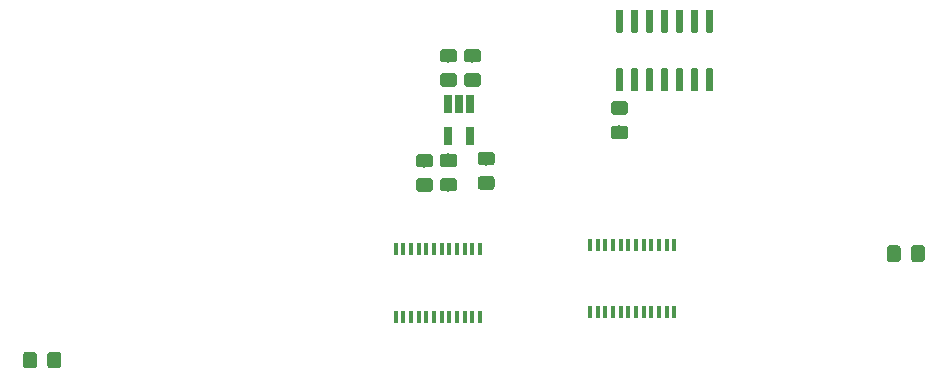
<source format=gbr>
G04 #@! TF.GenerationSoftware,KiCad,Pcbnew,(5.1.4)-1*
G04 #@! TF.CreationDate,2021-02-27T03:26:27-03:00*
G04 #@! TF.ProjectId,OpenDrive-Genesis,4f70656e-4472-4697-9665-2d47656e6573,rev?*
G04 #@! TF.SameCoordinates,Original*
G04 #@! TF.FileFunction,Paste,Bot*
G04 #@! TF.FilePolarity,Positive*
%FSLAX46Y46*%
G04 Gerber Fmt 4.6, Leading zero omitted, Abs format (unit mm)*
G04 Created by KiCad (PCBNEW (5.1.4)-1) date 2021-02-27 03:26:27*
%MOMM*%
%LPD*%
G04 APERTURE LIST*
%ADD10R,0.400000X1.100000*%
%ADD11C,0.100000*%
%ADD12C,0.600000*%
%ADD13R,0.650000X1.560000*%
%ADD14C,1.150000*%
G04 APERTURE END LIST*
D10*
X107765800Y-73004800D03*
X107115800Y-73004800D03*
X106465800Y-73004800D03*
X105815800Y-73004800D03*
X105165800Y-73004800D03*
X104515800Y-73004800D03*
X103865800Y-73004800D03*
X103215800Y-73004800D03*
X102565800Y-73004800D03*
X101915800Y-73004800D03*
X101265800Y-73004800D03*
X100615800Y-73004800D03*
X100615800Y-67304800D03*
X101265800Y-67304800D03*
X101915800Y-67304800D03*
X102565800Y-67304800D03*
X103215800Y-67304800D03*
X103865800Y-67304800D03*
X104515800Y-67304800D03*
X105165800Y-67304800D03*
X105815800Y-67304800D03*
X106465800Y-67304800D03*
X107115800Y-67304800D03*
X107765800Y-67304800D03*
X84167600Y-73406000D03*
X84817600Y-73406000D03*
X85467600Y-73406000D03*
X86117600Y-73406000D03*
X86767600Y-73406000D03*
X87417600Y-73406000D03*
X88067600Y-73406000D03*
X88717600Y-73406000D03*
X89367600Y-73406000D03*
X90017600Y-73406000D03*
X90667600Y-73406000D03*
X91317600Y-73406000D03*
X91317600Y-67706000D03*
X90667600Y-67706000D03*
X90017600Y-67706000D03*
X89367600Y-67706000D03*
X88717600Y-67706000D03*
X88067600Y-67706000D03*
X87417600Y-67706000D03*
X86767600Y-67706000D03*
X86117600Y-67706000D03*
X85467600Y-67706000D03*
X84817600Y-67706000D03*
X84167600Y-67706000D03*
D11*
G36*
X110908703Y-52365722D02*
G01*
X110923264Y-52367882D01*
X110937543Y-52371459D01*
X110951403Y-52376418D01*
X110964710Y-52382712D01*
X110977336Y-52390280D01*
X110989159Y-52399048D01*
X111000066Y-52408934D01*
X111009952Y-52419841D01*
X111018720Y-52431664D01*
X111026288Y-52444290D01*
X111032582Y-52457597D01*
X111037541Y-52471457D01*
X111041118Y-52485736D01*
X111043278Y-52500297D01*
X111044000Y-52515000D01*
X111044000Y-54165000D01*
X111043278Y-54179703D01*
X111041118Y-54194264D01*
X111037541Y-54208543D01*
X111032582Y-54222403D01*
X111026288Y-54235710D01*
X111018720Y-54248336D01*
X111009952Y-54260159D01*
X111000066Y-54271066D01*
X110989159Y-54280952D01*
X110977336Y-54289720D01*
X110964710Y-54297288D01*
X110951403Y-54303582D01*
X110937543Y-54308541D01*
X110923264Y-54312118D01*
X110908703Y-54314278D01*
X110894000Y-54315000D01*
X110594000Y-54315000D01*
X110579297Y-54314278D01*
X110564736Y-54312118D01*
X110550457Y-54308541D01*
X110536597Y-54303582D01*
X110523290Y-54297288D01*
X110510664Y-54289720D01*
X110498841Y-54280952D01*
X110487934Y-54271066D01*
X110478048Y-54260159D01*
X110469280Y-54248336D01*
X110461712Y-54235710D01*
X110455418Y-54222403D01*
X110450459Y-54208543D01*
X110446882Y-54194264D01*
X110444722Y-54179703D01*
X110444000Y-54165000D01*
X110444000Y-52515000D01*
X110444722Y-52500297D01*
X110446882Y-52485736D01*
X110450459Y-52471457D01*
X110455418Y-52457597D01*
X110461712Y-52444290D01*
X110469280Y-52431664D01*
X110478048Y-52419841D01*
X110487934Y-52408934D01*
X110498841Y-52399048D01*
X110510664Y-52390280D01*
X110523290Y-52382712D01*
X110536597Y-52376418D01*
X110550457Y-52371459D01*
X110564736Y-52367882D01*
X110579297Y-52365722D01*
X110594000Y-52365000D01*
X110894000Y-52365000D01*
X110908703Y-52365722D01*
X110908703Y-52365722D01*
G37*
D12*
X110744000Y-53340000D03*
D11*
G36*
X109638703Y-52365722D02*
G01*
X109653264Y-52367882D01*
X109667543Y-52371459D01*
X109681403Y-52376418D01*
X109694710Y-52382712D01*
X109707336Y-52390280D01*
X109719159Y-52399048D01*
X109730066Y-52408934D01*
X109739952Y-52419841D01*
X109748720Y-52431664D01*
X109756288Y-52444290D01*
X109762582Y-52457597D01*
X109767541Y-52471457D01*
X109771118Y-52485736D01*
X109773278Y-52500297D01*
X109774000Y-52515000D01*
X109774000Y-54165000D01*
X109773278Y-54179703D01*
X109771118Y-54194264D01*
X109767541Y-54208543D01*
X109762582Y-54222403D01*
X109756288Y-54235710D01*
X109748720Y-54248336D01*
X109739952Y-54260159D01*
X109730066Y-54271066D01*
X109719159Y-54280952D01*
X109707336Y-54289720D01*
X109694710Y-54297288D01*
X109681403Y-54303582D01*
X109667543Y-54308541D01*
X109653264Y-54312118D01*
X109638703Y-54314278D01*
X109624000Y-54315000D01*
X109324000Y-54315000D01*
X109309297Y-54314278D01*
X109294736Y-54312118D01*
X109280457Y-54308541D01*
X109266597Y-54303582D01*
X109253290Y-54297288D01*
X109240664Y-54289720D01*
X109228841Y-54280952D01*
X109217934Y-54271066D01*
X109208048Y-54260159D01*
X109199280Y-54248336D01*
X109191712Y-54235710D01*
X109185418Y-54222403D01*
X109180459Y-54208543D01*
X109176882Y-54194264D01*
X109174722Y-54179703D01*
X109174000Y-54165000D01*
X109174000Y-52515000D01*
X109174722Y-52500297D01*
X109176882Y-52485736D01*
X109180459Y-52471457D01*
X109185418Y-52457597D01*
X109191712Y-52444290D01*
X109199280Y-52431664D01*
X109208048Y-52419841D01*
X109217934Y-52408934D01*
X109228841Y-52399048D01*
X109240664Y-52390280D01*
X109253290Y-52382712D01*
X109266597Y-52376418D01*
X109280457Y-52371459D01*
X109294736Y-52367882D01*
X109309297Y-52365722D01*
X109324000Y-52365000D01*
X109624000Y-52365000D01*
X109638703Y-52365722D01*
X109638703Y-52365722D01*
G37*
D12*
X109474000Y-53340000D03*
D11*
G36*
X108368703Y-52365722D02*
G01*
X108383264Y-52367882D01*
X108397543Y-52371459D01*
X108411403Y-52376418D01*
X108424710Y-52382712D01*
X108437336Y-52390280D01*
X108449159Y-52399048D01*
X108460066Y-52408934D01*
X108469952Y-52419841D01*
X108478720Y-52431664D01*
X108486288Y-52444290D01*
X108492582Y-52457597D01*
X108497541Y-52471457D01*
X108501118Y-52485736D01*
X108503278Y-52500297D01*
X108504000Y-52515000D01*
X108504000Y-54165000D01*
X108503278Y-54179703D01*
X108501118Y-54194264D01*
X108497541Y-54208543D01*
X108492582Y-54222403D01*
X108486288Y-54235710D01*
X108478720Y-54248336D01*
X108469952Y-54260159D01*
X108460066Y-54271066D01*
X108449159Y-54280952D01*
X108437336Y-54289720D01*
X108424710Y-54297288D01*
X108411403Y-54303582D01*
X108397543Y-54308541D01*
X108383264Y-54312118D01*
X108368703Y-54314278D01*
X108354000Y-54315000D01*
X108054000Y-54315000D01*
X108039297Y-54314278D01*
X108024736Y-54312118D01*
X108010457Y-54308541D01*
X107996597Y-54303582D01*
X107983290Y-54297288D01*
X107970664Y-54289720D01*
X107958841Y-54280952D01*
X107947934Y-54271066D01*
X107938048Y-54260159D01*
X107929280Y-54248336D01*
X107921712Y-54235710D01*
X107915418Y-54222403D01*
X107910459Y-54208543D01*
X107906882Y-54194264D01*
X107904722Y-54179703D01*
X107904000Y-54165000D01*
X107904000Y-52515000D01*
X107904722Y-52500297D01*
X107906882Y-52485736D01*
X107910459Y-52471457D01*
X107915418Y-52457597D01*
X107921712Y-52444290D01*
X107929280Y-52431664D01*
X107938048Y-52419841D01*
X107947934Y-52408934D01*
X107958841Y-52399048D01*
X107970664Y-52390280D01*
X107983290Y-52382712D01*
X107996597Y-52376418D01*
X108010457Y-52371459D01*
X108024736Y-52367882D01*
X108039297Y-52365722D01*
X108054000Y-52365000D01*
X108354000Y-52365000D01*
X108368703Y-52365722D01*
X108368703Y-52365722D01*
G37*
D12*
X108204000Y-53340000D03*
D11*
G36*
X107098703Y-52365722D02*
G01*
X107113264Y-52367882D01*
X107127543Y-52371459D01*
X107141403Y-52376418D01*
X107154710Y-52382712D01*
X107167336Y-52390280D01*
X107179159Y-52399048D01*
X107190066Y-52408934D01*
X107199952Y-52419841D01*
X107208720Y-52431664D01*
X107216288Y-52444290D01*
X107222582Y-52457597D01*
X107227541Y-52471457D01*
X107231118Y-52485736D01*
X107233278Y-52500297D01*
X107234000Y-52515000D01*
X107234000Y-54165000D01*
X107233278Y-54179703D01*
X107231118Y-54194264D01*
X107227541Y-54208543D01*
X107222582Y-54222403D01*
X107216288Y-54235710D01*
X107208720Y-54248336D01*
X107199952Y-54260159D01*
X107190066Y-54271066D01*
X107179159Y-54280952D01*
X107167336Y-54289720D01*
X107154710Y-54297288D01*
X107141403Y-54303582D01*
X107127543Y-54308541D01*
X107113264Y-54312118D01*
X107098703Y-54314278D01*
X107084000Y-54315000D01*
X106784000Y-54315000D01*
X106769297Y-54314278D01*
X106754736Y-54312118D01*
X106740457Y-54308541D01*
X106726597Y-54303582D01*
X106713290Y-54297288D01*
X106700664Y-54289720D01*
X106688841Y-54280952D01*
X106677934Y-54271066D01*
X106668048Y-54260159D01*
X106659280Y-54248336D01*
X106651712Y-54235710D01*
X106645418Y-54222403D01*
X106640459Y-54208543D01*
X106636882Y-54194264D01*
X106634722Y-54179703D01*
X106634000Y-54165000D01*
X106634000Y-52515000D01*
X106634722Y-52500297D01*
X106636882Y-52485736D01*
X106640459Y-52471457D01*
X106645418Y-52457597D01*
X106651712Y-52444290D01*
X106659280Y-52431664D01*
X106668048Y-52419841D01*
X106677934Y-52408934D01*
X106688841Y-52399048D01*
X106700664Y-52390280D01*
X106713290Y-52382712D01*
X106726597Y-52376418D01*
X106740457Y-52371459D01*
X106754736Y-52367882D01*
X106769297Y-52365722D01*
X106784000Y-52365000D01*
X107084000Y-52365000D01*
X107098703Y-52365722D01*
X107098703Y-52365722D01*
G37*
D12*
X106934000Y-53340000D03*
D11*
G36*
X105828703Y-52365722D02*
G01*
X105843264Y-52367882D01*
X105857543Y-52371459D01*
X105871403Y-52376418D01*
X105884710Y-52382712D01*
X105897336Y-52390280D01*
X105909159Y-52399048D01*
X105920066Y-52408934D01*
X105929952Y-52419841D01*
X105938720Y-52431664D01*
X105946288Y-52444290D01*
X105952582Y-52457597D01*
X105957541Y-52471457D01*
X105961118Y-52485736D01*
X105963278Y-52500297D01*
X105964000Y-52515000D01*
X105964000Y-54165000D01*
X105963278Y-54179703D01*
X105961118Y-54194264D01*
X105957541Y-54208543D01*
X105952582Y-54222403D01*
X105946288Y-54235710D01*
X105938720Y-54248336D01*
X105929952Y-54260159D01*
X105920066Y-54271066D01*
X105909159Y-54280952D01*
X105897336Y-54289720D01*
X105884710Y-54297288D01*
X105871403Y-54303582D01*
X105857543Y-54308541D01*
X105843264Y-54312118D01*
X105828703Y-54314278D01*
X105814000Y-54315000D01*
X105514000Y-54315000D01*
X105499297Y-54314278D01*
X105484736Y-54312118D01*
X105470457Y-54308541D01*
X105456597Y-54303582D01*
X105443290Y-54297288D01*
X105430664Y-54289720D01*
X105418841Y-54280952D01*
X105407934Y-54271066D01*
X105398048Y-54260159D01*
X105389280Y-54248336D01*
X105381712Y-54235710D01*
X105375418Y-54222403D01*
X105370459Y-54208543D01*
X105366882Y-54194264D01*
X105364722Y-54179703D01*
X105364000Y-54165000D01*
X105364000Y-52515000D01*
X105364722Y-52500297D01*
X105366882Y-52485736D01*
X105370459Y-52471457D01*
X105375418Y-52457597D01*
X105381712Y-52444290D01*
X105389280Y-52431664D01*
X105398048Y-52419841D01*
X105407934Y-52408934D01*
X105418841Y-52399048D01*
X105430664Y-52390280D01*
X105443290Y-52382712D01*
X105456597Y-52376418D01*
X105470457Y-52371459D01*
X105484736Y-52367882D01*
X105499297Y-52365722D01*
X105514000Y-52365000D01*
X105814000Y-52365000D01*
X105828703Y-52365722D01*
X105828703Y-52365722D01*
G37*
D12*
X105664000Y-53340000D03*
D11*
G36*
X104558703Y-52365722D02*
G01*
X104573264Y-52367882D01*
X104587543Y-52371459D01*
X104601403Y-52376418D01*
X104614710Y-52382712D01*
X104627336Y-52390280D01*
X104639159Y-52399048D01*
X104650066Y-52408934D01*
X104659952Y-52419841D01*
X104668720Y-52431664D01*
X104676288Y-52444290D01*
X104682582Y-52457597D01*
X104687541Y-52471457D01*
X104691118Y-52485736D01*
X104693278Y-52500297D01*
X104694000Y-52515000D01*
X104694000Y-54165000D01*
X104693278Y-54179703D01*
X104691118Y-54194264D01*
X104687541Y-54208543D01*
X104682582Y-54222403D01*
X104676288Y-54235710D01*
X104668720Y-54248336D01*
X104659952Y-54260159D01*
X104650066Y-54271066D01*
X104639159Y-54280952D01*
X104627336Y-54289720D01*
X104614710Y-54297288D01*
X104601403Y-54303582D01*
X104587543Y-54308541D01*
X104573264Y-54312118D01*
X104558703Y-54314278D01*
X104544000Y-54315000D01*
X104244000Y-54315000D01*
X104229297Y-54314278D01*
X104214736Y-54312118D01*
X104200457Y-54308541D01*
X104186597Y-54303582D01*
X104173290Y-54297288D01*
X104160664Y-54289720D01*
X104148841Y-54280952D01*
X104137934Y-54271066D01*
X104128048Y-54260159D01*
X104119280Y-54248336D01*
X104111712Y-54235710D01*
X104105418Y-54222403D01*
X104100459Y-54208543D01*
X104096882Y-54194264D01*
X104094722Y-54179703D01*
X104094000Y-54165000D01*
X104094000Y-52515000D01*
X104094722Y-52500297D01*
X104096882Y-52485736D01*
X104100459Y-52471457D01*
X104105418Y-52457597D01*
X104111712Y-52444290D01*
X104119280Y-52431664D01*
X104128048Y-52419841D01*
X104137934Y-52408934D01*
X104148841Y-52399048D01*
X104160664Y-52390280D01*
X104173290Y-52382712D01*
X104186597Y-52376418D01*
X104200457Y-52371459D01*
X104214736Y-52367882D01*
X104229297Y-52365722D01*
X104244000Y-52365000D01*
X104544000Y-52365000D01*
X104558703Y-52365722D01*
X104558703Y-52365722D01*
G37*
D12*
X104394000Y-53340000D03*
D11*
G36*
X103288703Y-52365722D02*
G01*
X103303264Y-52367882D01*
X103317543Y-52371459D01*
X103331403Y-52376418D01*
X103344710Y-52382712D01*
X103357336Y-52390280D01*
X103369159Y-52399048D01*
X103380066Y-52408934D01*
X103389952Y-52419841D01*
X103398720Y-52431664D01*
X103406288Y-52444290D01*
X103412582Y-52457597D01*
X103417541Y-52471457D01*
X103421118Y-52485736D01*
X103423278Y-52500297D01*
X103424000Y-52515000D01*
X103424000Y-54165000D01*
X103423278Y-54179703D01*
X103421118Y-54194264D01*
X103417541Y-54208543D01*
X103412582Y-54222403D01*
X103406288Y-54235710D01*
X103398720Y-54248336D01*
X103389952Y-54260159D01*
X103380066Y-54271066D01*
X103369159Y-54280952D01*
X103357336Y-54289720D01*
X103344710Y-54297288D01*
X103331403Y-54303582D01*
X103317543Y-54308541D01*
X103303264Y-54312118D01*
X103288703Y-54314278D01*
X103274000Y-54315000D01*
X102974000Y-54315000D01*
X102959297Y-54314278D01*
X102944736Y-54312118D01*
X102930457Y-54308541D01*
X102916597Y-54303582D01*
X102903290Y-54297288D01*
X102890664Y-54289720D01*
X102878841Y-54280952D01*
X102867934Y-54271066D01*
X102858048Y-54260159D01*
X102849280Y-54248336D01*
X102841712Y-54235710D01*
X102835418Y-54222403D01*
X102830459Y-54208543D01*
X102826882Y-54194264D01*
X102824722Y-54179703D01*
X102824000Y-54165000D01*
X102824000Y-52515000D01*
X102824722Y-52500297D01*
X102826882Y-52485736D01*
X102830459Y-52471457D01*
X102835418Y-52457597D01*
X102841712Y-52444290D01*
X102849280Y-52431664D01*
X102858048Y-52419841D01*
X102867934Y-52408934D01*
X102878841Y-52399048D01*
X102890664Y-52390280D01*
X102903290Y-52382712D01*
X102916597Y-52376418D01*
X102930457Y-52371459D01*
X102944736Y-52367882D01*
X102959297Y-52365722D01*
X102974000Y-52365000D01*
X103274000Y-52365000D01*
X103288703Y-52365722D01*
X103288703Y-52365722D01*
G37*
D12*
X103124000Y-53340000D03*
D11*
G36*
X103288703Y-47415722D02*
G01*
X103303264Y-47417882D01*
X103317543Y-47421459D01*
X103331403Y-47426418D01*
X103344710Y-47432712D01*
X103357336Y-47440280D01*
X103369159Y-47449048D01*
X103380066Y-47458934D01*
X103389952Y-47469841D01*
X103398720Y-47481664D01*
X103406288Y-47494290D01*
X103412582Y-47507597D01*
X103417541Y-47521457D01*
X103421118Y-47535736D01*
X103423278Y-47550297D01*
X103424000Y-47565000D01*
X103424000Y-49215000D01*
X103423278Y-49229703D01*
X103421118Y-49244264D01*
X103417541Y-49258543D01*
X103412582Y-49272403D01*
X103406288Y-49285710D01*
X103398720Y-49298336D01*
X103389952Y-49310159D01*
X103380066Y-49321066D01*
X103369159Y-49330952D01*
X103357336Y-49339720D01*
X103344710Y-49347288D01*
X103331403Y-49353582D01*
X103317543Y-49358541D01*
X103303264Y-49362118D01*
X103288703Y-49364278D01*
X103274000Y-49365000D01*
X102974000Y-49365000D01*
X102959297Y-49364278D01*
X102944736Y-49362118D01*
X102930457Y-49358541D01*
X102916597Y-49353582D01*
X102903290Y-49347288D01*
X102890664Y-49339720D01*
X102878841Y-49330952D01*
X102867934Y-49321066D01*
X102858048Y-49310159D01*
X102849280Y-49298336D01*
X102841712Y-49285710D01*
X102835418Y-49272403D01*
X102830459Y-49258543D01*
X102826882Y-49244264D01*
X102824722Y-49229703D01*
X102824000Y-49215000D01*
X102824000Y-47565000D01*
X102824722Y-47550297D01*
X102826882Y-47535736D01*
X102830459Y-47521457D01*
X102835418Y-47507597D01*
X102841712Y-47494290D01*
X102849280Y-47481664D01*
X102858048Y-47469841D01*
X102867934Y-47458934D01*
X102878841Y-47449048D01*
X102890664Y-47440280D01*
X102903290Y-47432712D01*
X102916597Y-47426418D01*
X102930457Y-47421459D01*
X102944736Y-47417882D01*
X102959297Y-47415722D01*
X102974000Y-47415000D01*
X103274000Y-47415000D01*
X103288703Y-47415722D01*
X103288703Y-47415722D01*
G37*
D12*
X103124000Y-48390000D03*
D11*
G36*
X104558703Y-47415722D02*
G01*
X104573264Y-47417882D01*
X104587543Y-47421459D01*
X104601403Y-47426418D01*
X104614710Y-47432712D01*
X104627336Y-47440280D01*
X104639159Y-47449048D01*
X104650066Y-47458934D01*
X104659952Y-47469841D01*
X104668720Y-47481664D01*
X104676288Y-47494290D01*
X104682582Y-47507597D01*
X104687541Y-47521457D01*
X104691118Y-47535736D01*
X104693278Y-47550297D01*
X104694000Y-47565000D01*
X104694000Y-49215000D01*
X104693278Y-49229703D01*
X104691118Y-49244264D01*
X104687541Y-49258543D01*
X104682582Y-49272403D01*
X104676288Y-49285710D01*
X104668720Y-49298336D01*
X104659952Y-49310159D01*
X104650066Y-49321066D01*
X104639159Y-49330952D01*
X104627336Y-49339720D01*
X104614710Y-49347288D01*
X104601403Y-49353582D01*
X104587543Y-49358541D01*
X104573264Y-49362118D01*
X104558703Y-49364278D01*
X104544000Y-49365000D01*
X104244000Y-49365000D01*
X104229297Y-49364278D01*
X104214736Y-49362118D01*
X104200457Y-49358541D01*
X104186597Y-49353582D01*
X104173290Y-49347288D01*
X104160664Y-49339720D01*
X104148841Y-49330952D01*
X104137934Y-49321066D01*
X104128048Y-49310159D01*
X104119280Y-49298336D01*
X104111712Y-49285710D01*
X104105418Y-49272403D01*
X104100459Y-49258543D01*
X104096882Y-49244264D01*
X104094722Y-49229703D01*
X104094000Y-49215000D01*
X104094000Y-47565000D01*
X104094722Y-47550297D01*
X104096882Y-47535736D01*
X104100459Y-47521457D01*
X104105418Y-47507597D01*
X104111712Y-47494290D01*
X104119280Y-47481664D01*
X104128048Y-47469841D01*
X104137934Y-47458934D01*
X104148841Y-47449048D01*
X104160664Y-47440280D01*
X104173290Y-47432712D01*
X104186597Y-47426418D01*
X104200457Y-47421459D01*
X104214736Y-47417882D01*
X104229297Y-47415722D01*
X104244000Y-47415000D01*
X104544000Y-47415000D01*
X104558703Y-47415722D01*
X104558703Y-47415722D01*
G37*
D12*
X104394000Y-48390000D03*
D11*
G36*
X105828703Y-47415722D02*
G01*
X105843264Y-47417882D01*
X105857543Y-47421459D01*
X105871403Y-47426418D01*
X105884710Y-47432712D01*
X105897336Y-47440280D01*
X105909159Y-47449048D01*
X105920066Y-47458934D01*
X105929952Y-47469841D01*
X105938720Y-47481664D01*
X105946288Y-47494290D01*
X105952582Y-47507597D01*
X105957541Y-47521457D01*
X105961118Y-47535736D01*
X105963278Y-47550297D01*
X105964000Y-47565000D01*
X105964000Y-49215000D01*
X105963278Y-49229703D01*
X105961118Y-49244264D01*
X105957541Y-49258543D01*
X105952582Y-49272403D01*
X105946288Y-49285710D01*
X105938720Y-49298336D01*
X105929952Y-49310159D01*
X105920066Y-49321066D01*
X105909159Y-49330952D01*
X105897336Y-49339720D01*
X105884710Y-49347288D01*
X105871403Y-49353582D01*
X105857543Y-49358541D01*
X105843264Y-49362118D01*
X105828703Y-49364278D01*
X105814000Y-49365000D01*
X105514000Y-49365000D01*
X105499297Y-49364278D01*
X105484736Y-49362118D01*
X105470457Y-49358541D01*
X105456597Y-49353582D01*
X105443290Y-49347288D01*
X105430664Y-49339720D01*
X105418841Y-49330952D01*
X105407934Y-49321066D01*
X105398048Y-49310159D01*
X105389280Y-49298336D01*
X105381712Y-49285710D01*
X105375418Y-49272403D01*
X105370459Y-49258543D01*
X105366882Y-49244264D01*
X105364722Y-49229703D01*
X105364000Y-49215000D01*
X105364000Y-47565000D01*
X105364722Y-47550297D01*
X105366882Y-47535736D01*
X105370459Y-47521457D01*
X105375418Y-47507597D01*
X105381712Y-47494290D01*
X105389280Y-47481664D01*
X105398048Y-47469841D01*
X105407934Y-47458934D01*
X105418841Y-47449048D01*
X105430664Y-47440280D01*
X105443290Y-47432712D01*
X105456597Y-47426418D01*
X105470457Y-47421459D01*
X105484736Y-47417882D01*
X105499297Y-47415722D01*
X105514000Y-47415000D01*
X105814000Y-47415000D01*
X105828703Y-47415722D01*
X105828703Y-47415722D01*
G37*
D12*
X105664000Y-48390000D03*
D11*
G36*
X107098703Y-47415722D02*
G01*
X107113264Y-47417882D01*
X107127543Y-47421459D01*
X107141403Y-47426418D01*
X107154710Y-47432712D01*
X107167336Y-47440280D01*
X107179159Y-47449048D01*
X107190066Y-47458934D01*
X107199952Y-47469841D01*
X107208720Y-47481664D01*
X107216288Y-47494290D01*
X107222582Y-47507597D01*
X107227541Y-47521457D01*
X107231118Y-47535736D01*
X107233278Y-47550297D01*
X107234000Y-47565000D01*
X107234000Y-49215000D01*
X107233278Y-49229703D01*
X107231118Y-49244264D01*
X107227541Y-49258543D01*
X107222582Y-49272403D01*
X107216288Y-49285710D01*
X107208720Y-49298336D01*
X107199952Y-49310159D01*
X107190066Y-49321066D01*
X107179159Y-49330952D01*
X107167336Y-49339720D01*
X107154710Y-49347288D01*
X107141403Y-49353582D01*
X107127543Y-49358541D01*
X107113264Y-49362118D01*
X107098703Y-49364278D01*
X107084000Y-49365000D01*
X106784000Y-49365000D01*
X106769297Y-49364278D01*
X106754736Y-49362118D01*
X106740457Y-49358541D01*
X106726597Y-49353582D01*
X106713290Y-49347288D01*
X106700664Y-49339720D01*
X106688841Y-49330952D01*
X106677934Y-49321066D01*
X106668048Y-49310159D01*
X106659280Y-49298336D01*
X106651712Y-49285710D01*
X106645418Y-49272403D01*
X106640459Y-49258543D01*
X106636882Y-49244264D01*
X106634722Y-49229703D01*
X106634000Y-49215000D01*
X106634000Y-47565000D01*
X106634722Y-47550297D01*
X106636882Y-47535736D01*
X106640459Y-47521457D01*
X106645418Y-47507597D01*
X106651712Y-47494290D01*
X106659280Y-47481664D01*
X106668048Y-47469841D01*
X106677934Y-47458934D01*
X106688841Y-47449048D01*
X106700664Y-47440280D01*
X106713290Y-47432712D01*
X106726597Y-47426418D01*
X106740457Y-47421459D01*
X106754736Y-47417882D01*
X106769297Y-47415722D01*
X106784000Y-47415000D01*
X107084000Y-47415000D01*
X107098703Y-47415722D01*
X107098703Y-47415722D01*
G37*
D12*
X106934000Y-48390000D03*
D11*
G36*
X108368703Y-47415722D02*
G01*
X108383264Y-47417882D01*
X108397543Y-47421459D01*
X108411403Y-47426418D01*
X108424710Y-47432712D01*
X108437336Y-47440280D01*
X108449159Y-47449048D01*
X108460066Y-47458934D01*
X108469952Y-47469841D01*
X108478720Y-47481664D01*
X108486288Y-47494290D01*
X108492582Y-47507597D01*
X108497541Y-47521457D01*
X108501118Y-47535736D01*
X108503278Y-47550297D01*
X108504000Y-47565000D01*
X108504000Y-49215000D01*
X108503278Y-49229703D01*
X108501118Y-49244264D01*
X108497541Y-49258543D01*
X108492582Y-49272403D01*
X108486288Y-49285710D01*
X108478720Y-49298336D01*
X108469952Y-49310159D01*
X108460066Y-49321066D01*
X108449159Y-49330952D01*
X108437336Y-49339720D01*
X108424710Y-49347288D01*
X108411403Y-49353582D01*
X108397543Y-49358541D01*
X108383264Y-49362118D01*
X108368703Y-49364278D01*
X108354000Y-49365000D01*
X108054000Y-49365000D01*
X108039297Y-49364278D01*
X108024736Y-49362118D01*
X108010457Y-49358541D01*
X107996597Y-49353582D01*
X107983290Y-49347288D01*
X107970664Y-49339720D01*
X107958841Y-49330952D01*
X107947934Y-49321066D01*
X107938048Y-49310159D01*
X107929280Y-49298336D01*
X107921712Y-49285710D01*
X107915418Y-49272403D01*
X107910459Y-49258543D01*
X107906882Y-49244264D01*
X107904722Y-49229703D01*
X107904000Y-49215000D01*
X107904000Y-47565000D01*
X107904722Y-47550297D01*
X107906882Y-47535736D01*
X107910459Y-47521457D01*
X107915418Y-47507597D01*
X107921712Y-47494290D01*
X107929280Y-47481664D01*
X107938048Y-47469841D01*
X107947934Y-47458934D01*
X107958841Y-47449048D01*
X107970664Y-47440280D01*
X107983290Y-47432712D01*
X107996597Y-47426418D01*
X108010457Y-47421459D01*
X108024736Y-47417882D01*
X108039297Y-47415722D01*
X108054000Y-47415000D01*
X108354000Y-47415000D01*
X108368703Y-47415722D01*
X108368703Y-47415722D01*
G37*
D12*
X108204000Y-48390000D03*
D11*
G36*
X109638703Y-47415722D02*
G01*
X109653264Y-47417882D01*
X109667543Y-47421459D01*
X109681403Y-47426418D01*
X109694710Y-47432712D01*
X109707336Y-47440280D01*
X109719159Y-47449048D01*
X109730066Y-47458934D01*
X109739952Y-47469841D01*
X109748720Y-47481664D01*
X109756288Y-47494290D01*
X109762582Y-47507597D01*
X109767541Y-47521457D01*
X109771118Y-47535736D01*
X109773278Y-47550297D01*
X109774000Y-47565000D01*
X109774000Y-49215000D01*
X109773278Y-49229703D01*
X109771118Y-49244264D01*
X109767541Y-49258543D01*
X109762582Y-49272403D01*
X109756288Y-49285710D01*
X109748720Y-49298336D01*
X109739952Y-49310159D01*
X109730066Y-49321066D01*
X109719159Y-49330952D01*
X109707336Y-49339720D01*
X109694710Y-49347288D01*
X109681403Y-49353582D01*
X109667543Y-49358541D01*
X109653264Y-49362118D01*
X109638703Y-49364278D01*
X109624000Y-49365000D01*
X109324000Y-49365000D01*
X109309297Y-49364278D01*
X109294736Y-49362118D01*
X109280457Y-49358541D01*
X109266597Y-49353582D01*
X109253290Y-49347288D01*
X109240664Y-49339720D01*
X109228841Y-49330952D01*
X109217934Y-49321066D01*
X109208048Y-49310159D01*
X109199280Y-49298336D01*
X109191712Y-49285710D01*
X109185418Y-49272403D01*
X109180459Y-49258543D01*
X109176882Y-49244264D01*
X109174722Y-49229703D01*
X109174000Y-49215000D01*
X109174000Y-47565000D01*
X109174722Y-47550297D01*
X109176882Y-47535736D01*
X109180459Y-47521457D01*
X109185418Y-47507597D01*
X109191712Y-47494290D01*
X109199280Y-47481664D01*
X109208048Y-47469841D01*
X109217934Y-47458934D01*
X109228841Y-47449048D01*
X109240664Y-47440280D01*
X109253290Y-47432712D01*
X109266597Y-47426418D01*
X109280457Y-47421459D01*
X109294736Y-47417882D01*
X109309297Y-47415722D01*
X109324000Y-47415000D01*
X109624000Y-47415000D01*
X109638703Y-47415722D01*
X109638703Y-47415722D01*
G37*
D12*
X109474000Y-48390000D03*
D11*
G36*
X110908703Y-47415722D02*
G01*
X110923264Y-47417882D01*
X110937543Y-47421459D01*
X110951403Y-47426418D01*
X110964710Y-47432712D01*
X110977336Y-47440280D01*
X110989159Y-47449048D01*
X111000066Y-47458934D01*
X111009952Y-47469841D01*
X111018720Y-47481664D01*
X111026288Y-47494290D01*
X111032582Y-47507597D01*
X111037541Y-47521457D01*
X111041118Y-47535736D01*
X111043278Y-47550297D01*
X111044000Y-47565000D01*
X111044000Y-49215000D01*
X111043278Y-49229703D01*
X111041118Y-49244264D01*
X111037541Y-49258543D01*
X111032582Y-49272403D01*
X111026288Y-49285710D01*
X111018720Y-49298336D01*
X111009952Y-49310159D01*
X111000066Y-49321066D01*
X110989159Y-49330952D01*
X110977336Y-49339720D01*
X110964710Y-49347288D01*
X110951403Y-49353582D01*
X110937543Y-49358541D01*
X110923264Y-49362118D01*
X110908703Y-49364278D01*
X110894000Y-49365000D01*
X110594000Y-49365000D01*
X110579297Y-49364278D01*
X110564736Y-49362118D01*
X110550457Y-49358541D01*
X110536597Y-49353582D01*
X110523290Y-49347288D01*
X110510664Y-49339720D01*
X110498841Y-49330952D01*
X110487934Y-49321066D01*
X110478048Y-49310159D01*
X110469280Y-49298336D01*
X110461712Y-49285710D01*
X110455418Y-49272403D01*
X110450459Y-49258543D01*
X110446882Y-49244264D01*
X110444722Y-49229703D01*
X110444000Y-49215000D01*
X110444000Y-47565000D01*
X110444722Y-47550297D01*
X110446882Y-47535736D01*
X110450459Y-47521457D01*
X110455418Y-47507597D01*
X110461712Y-47494290D01*
X110469280Y-47481664D01*
X110478048Y-47469841D01*
X110487934Y-47458934D01*
X110498841Y-47449048D01*
X110510664Y-47440280D01*
X110523290Y-47432712D01*
X110536597Y-47426418D01*
X110550457Y-47421459D01*
X110564736Y-47417882D01*
X110579297Y-47415722D01*
X110594000Y-47415000D01*
X110894000Y-47415000D01*
X110908703Y-47415722D01*
X110908703Y-47415722D01*
G37*
D12*
X110744000Y-48390000D03*
D13*
X88595000Y-58141000D03*
X90495000Y-58141000D03*
X90495000Y-55441000D03*
X89545000Y-55441000D03*
X88595000Y-55441000D03*
D11*
G36*
X87088505Y-59624204D02*
G01*
X87112773Y-59627804D01*
X87136572Y-59633765D01*
X87159671Y-59642030D01*
X87181850Y-59652520D01*
X87202893Y-59665132D01*
X87222599Y-59679747D01*
X87240777Y-59696223D01*
X87257253Y-59714401D01*
X87271868Y-59734107D01*
X87284480Y-59755150D01*
X87294970Y-59777329D01*
X87303235Y-59800428D01*
X87309196Y-59824227D01*
X87312796Y-59848495D01*
X87314000Y-59872999D01*
X87314000Y-60523001D01*
X87312796Y-60547505D01*
X87309196Y-60571773D01*
X87303235Y-60595572D01*
X87294970Y-60618671D01*
X87284480Y-60640850D01*
X87271868Y-60661893D01*
X87257253Y-60681599D01*
X87240777Y-60699777D01*
X87222599Y-60716253D01*
X87202893Y-60730868D01*
X87181850Y-60743480D01*
X87159671Y-60753970D01*
X87136572Y-60762235D01*
X87112773Y-60768196D01*
X87088505Y-60771796D01*
X87064001Y-60773000D01*
X86163999Y-60773000D01*
X86139495Y-60771796D01*
X86115227Y-60768196D01*
X86091428Y-60762235D01*
X86068329Y-60753970D01*
X86046150Y-60743480D01*
X86025107Y-60730868D01*
X86005401Y-60716253D01*
X85987223Y-60699777D01*
X85970747Y-60681599D01*
X85956132Y-60661893D01*
X85943520Y-60640850D01*
X85933030Y-60618671D01*
X85924765Y-60595572D01*
X85918804Y-60571773D01*
X85915204Y-60547505D01*
X85914000Y-60523001D01*
X85914000Y-59872999D01*
X85915204Y-59848495D01*
X85918804Y-59824227D01*
X85924765Y-59800428D01*
X85933030Y-59777329D01*
X85943520Y-59755150D01*
X85956132Y-59734107D01*
X85970747Y-59714401D01*
X85987223Y-59696223D01*
X86005401Y-59679747D01*
X86025107Y-59665132D01*
X86046150Y-59652520D01*
X86068329Y-59642030D01*
X86091428Y-59633765D01*
X86115227Y-59627804D01*
X86139495Y-59624204D01*
X86163999Y-59623000D01*
X87064001Y-59623000D01*
X87088505Y-59624204D01*
X87088505Y-59624204D01*
G37*
D14*
X86614000Y-60198000D03*
D11*
G36*
X87088505Y-61674204D02*
G01*
X87112773Y-61677804D01*
X87136572Y-61683765D01*
X87159671Y-61692030D01*
X87181850Y-61702520D01*
X87202893Y-61715132D01*
X87222599Y-61729747D01*
X87240777Y-61746223D01*
X87257253Y-61764401D01*
X87271868Y-61784107D01*
X87284480Y-61805150D01*
X87294970Y-61827329D01*
X87303235Y-61850428D01*
X87309196Y-61874227D01*
X87312796Y-61898495D01*
X87314000Y-61922999D01*
X87314000Y-62573001D01*
X87312796Y-62597505D01*
X87309196Y-62621773D01*
X87303235Y-62645572D01*
X87294970Y-62668671D01*
X87284480Y-62690850D01*
X87271868Y-62711893D01*
X87257253Y-62731599D01*
X87240777Y-62749777D01*
X87222599Y-62766253D01*
X87202893Y-62780868D01*
X87181850Y-62793480D01*
X87159671Y-62803970D01*
X87136572Y-62812235D01*
X87112773Y-62818196D01*
X87088505Y-62821796D01*
X87064001Y-62823000D01*
X86163999Y-62823000D01*
X86139495Y-62821796D01*
X86115227Y-62818196D01*
X86091428Y-62812235D01*
X86068329Y-62803970D01*
X86046150Y-62793480D01*
X86025107Y-62780868D01*
X86005401Y-62766253D01*
X85987223Y-62749777D01*
X85970747Y-62731599D01*
X85956132Y-62711893D01*
X85943520Y-62690850D01*
X85933030Y-62668671D01*
X85924765Y-62645572D01*
X85918804Y-62621773D01*
X85915204Y-62597505D01*
X85914000Y-62573001D01*
X85914000Y-61922999D01*
X85915204Y-61898495D01*
X85918804Y-61874227D01*
X85924765Y-61850428D01*
X85933030Y-61827329D01*
X85943520Y-61805150D01*
X85956132Y-61784107D01*
X85970747Y-61764401D01*
X85987223Y-61746223D01*
X86005401Y-61729747D01*
X86025107Y-61715132D01*
X86046150Y-61702520D01*
X86068329Y-61692030D01*
X86091428Y-61683765D01*
X86115227Y-61677804D01*
X86139495Y-61674204D01*
X86163999Y-61673000D01*
X87064001Y-61673000D01*
X87088505Y-61674204D01*
X87088505Y-61674204D01*
G37*
D14*
X86614000Y-62248000D03*
D11*
G36*
X92320905Y-61503804D02*
G01*
X92345173Y-61507404D01*
X92368972Y-61513365D01*
X92392071Y-61521630D01*
X92414250Y-61532120D01*
X92435293Y-61544732D01*
X92454999Y-61559347D01*
X92473177Y-61575823D01*
X92489653Y-61594001D01*
X92504268Y-61613707D01*
X92516880Y-61634750D01*
X92527370Y-61656929D01*
X92535635Y-61680028D01*
X92541596Y-61703827D01*
X92545196Y-61728095D01*
X92546400Y-61752599D01*
X92546400Y-62402601D01*
X92545196Y-62427105D01*
X92541596Y-62451373D01*
X92535635Y-62475172D01*
X92527370Y-62498271D01*
X92516880Y-62520450D01*
X92504268Y-62541493D01*
X92489653Y-62561199D01*
X92473177Y-62579377D01*
X92454999Y-62595853D01*
X92435293Y-62610468D01*
X92414250Y-62623080D01*
X92392071Y-62633570D01*
X92368972Y-62641835D01*
X92345173Y-62647796D01*
X92320905Y-62651396D01*
X92296401Y-62652600D01*
X91396399Y-62652600D01*
X91371895Y-62651396D01*
X91347627Y-62647796D01*
X91323828Y-62641835D01*
X91300729Y-62633570D01*
X91278550Y-62623080D01*
X91257507Y-62610468D01*
X91237801Y-62595853D01*
X91219623Y-62579377D01*
X91203147Y-62561199D01*
X91188532Y-62541493D01*
X91175920Y-62520450D01*
X91165430Y-62498271D01*
X91157165Y-62475172D01*
X91151204Y-62451373D01*
X91147604Y-62427105D01*
X91146400Y-62402601D01*
X91146400Y-61752599D01*
X91147604Y-61728095D01*
X91151204Y-61703827D01*
X91157165Y-61680028D01*
X91165430Y-61656929D01*
X91175920Y-61634750D01*
X91188532Y-61613707D01*
X91203147Y-61594001D01*
X91219623Y-61575823D01*
X91237801Y-61559347D01*
X91257507Y-61544732D01*
X91278550Y-61532120D01*
X91300729Y-61521630D01*
X91323828Y-61513365D01*
X91347627Y-61507404D01*
X91371895Y-61503804D01*
X91396399Y-61502600D01*
X92296401Y-61502600D01*
X92320905Y-61503804D01*
X92320905Y-61503804D01*
G37*
D14*
X91846400Y-62077600D03*
D11*
G36*
X92320905Y-59453804D02*
G01*
X92345173Y-59457404D01*
X92368972Y-59463365D01*
X92392071Y-59471630D01*
X92414250Y-59482120D01*
X92435293Y-59494732D01*
X92454999Y-59509347D01*
X92473177Y-59525823D01*
X92489653Y-59544001D01*
X92504268Y-59563707D01*
X92516880Y-59584750D01*
X92527370Y-59606929D01*
X92535635Y-59630028D01*
X92541596Y-59653827D01*
X92545196Y-59678095D01*
X92546400Y-59702599D01*
X92546400Y-60352601D01*
X92545196Y-60377105D01*
X92541596Y-60401373D01*
X92535635Y-60425172D01*
X92527370Y-60448271D01*
X92516880Y-60470450D01*
X92504268Y-60491493D01*
X92489653Y-60511199D01*
X92473177Y-60529377D01*
X92454999Y-60545853D01*
X92435293Y-60560468D01*
X92414250Y-60573080D01*
X92392071Y-60583570D01*
X92368972Y-60591835D01*
X92345173Y-60597796D01*
X92320905Y-60601396D01*
X92296401Y-60602600D01*
X91396399Y-60602600D01*
X91371895Y-60601396D01*
X91347627Y-60597796D01*
X91323828Y-60591835D01*
X91300729Y-60583570D01*
X91278550Y-60573080D01*
X91257507Y-60560468D01*
X91237801Y-60545853D01*
X91219623Y-60529377D01*
X91203147Y-60511199D01*
X91188532Y-60491493D01*
X91175920Y-60470450D01*
X91165430Y-60448271D01*
X91157165Y-60425172D01*
X91151204Y-60401373D01*
X91147604Y-60377105D01*
X91146400Y-60352601D01*
X91146400Y-59702599D01*
X91147604Y-59678095D01*
X91151204Y-59653827D01*
X91157165Y-59630028D01*
X91165430Y-59606929D01*
X91175920Y-59584750D01*
X91188532Y-59563707D01*
X91203147Y-59544001D01*
X91219623Y-59525823D01*
X91237801Y-59509347D01*
X91257507Y-59494732D01*
X91278550Y-59482120D01*
X91300729Y-59471630D01*
X91323828Y-59463365D01*
X91347627Y-59457404D01*
X91371895Y-59453804D01*
X91396399Y-59452600D01*
X92296401Y-59452600D01*
X92320905Y-59453804D01*
X92320905Y-59453804D01*
G37*
D14*
X91846400Y-60027600D03*
D11*
G36*
X89120505Y-59606204D02*
G01*
X89144773Y-59609804D01*
X89168572Y-59615765D01*
X89191671Y-59624030D01*
X89213850Y-59634520D01*
X89234893Y-59647132D01*
X89254599Y-59661747D01*
X89272777Y-59678223D01*
X89289253Y-59696401D01*
X89303868Y-59716107D01*
X89316480Y-59737150D01*
X89326970Y-59759329D01*
X89335235Y-59782428D01*
X89341196Y-59806227D01*
X89344796Y-59830495D01*
X89346000Y-59854999D01*
X89346000Y-60505001D01*
X89344796Y-60529505D01*
X89341196Y-60553773D01*
X89335235Y-60577572D01*
X89326970Y-60600671D01*
X89316480Y-60622850D01*
X89303868Y-60643893D01*
X89289253Y-60663599D01*
X89272777Y-60681777D01*
X89254599Y-60698253D01*
X89234893Y-60712868D01*
X89213850Y-60725480D01*
X89191671Y-60735970D01*
X89168572Y-60744235D01*
X89144773Y-60750196D01*
X89120505Y-60753796D01*
X89096001Y-60755000D01*
X88195999Y-60755000D01*
X88171495Y-60753796D01*
X88147227Y-60750196D01*
X88123428Y-60744235D01*
X88100329Y-60735970D01*
X88078150Y-60725480D01*
X88057107Y-60712868D01*
X88037401Y-60698253D01*
X88019223Y-60681777D01*
X88002747Y-60663599D01*
X87988132Y-60643893D01*
X87975520Y-60622850D01*
X87965030Y-60600671D01*
X87956765Y-60577572D01*
X87950804Y-60553773D01*
X87947204Y-60529505D01*
X87946000Y-60505001D01*
X87946000Y-59854999D01*
X87947204Y-59830495D01*
X87950804Y-59806227D01*
X87956765Y-59782428D01*
X87965030Y-59759329D01*
X87975520Y-59737150D01*
X87988132Y-59716107D01*
X88002747Y-59696401D01*
X88019223Y-59678223D01*
X88037401Y-59661747D01*
X88057107Y-59647132D01*
X88078150Y-59634520D01*
X88100329Y-59624030D01*
X88123428Y-59615765D01*
X88147227Y-59609804D01*
X88171495Y-59606204D01*
X88195999Y-59605000D01*
X89096001Y-59605000D01*
X89120505Y-59606204D01*
X89120505Y-59606204D01*
G37*
D14*
X88646000Y-60180000D03*
D11*
G36*
X89120505Y-61656204D02*
G01*
X89144773Y-61659804D01*
X89168572Y-61665765D01*
X89191671Y-61674030D01*
X89213850Y-61684520D01*
X89234893Y-61697132D01*
X89254599Y-61711747D01*
X89272777Y-61728223D01*
X89289253Y-61746401D01*
X89303868Y-61766107D01*
X89316480Y-61787150D01*
X89326970Y-61809329D01*
X89335235Y-61832428D01*
X89341196Y-61856227D01*
X89344796Y-61880495D01*
X89346000Y-61904999D01*
X89346000Y-62555001D01*
X89344796Y-62579505D01*
X89341196Y-62603773D01*
X89335235Y-62627572D01*
X89326970Y-62650671D01*
X89316480Y-62672850D01*
X89303868Y-62693893D01*
X89289253Y-62713599D01*
X89272777Y-62731777D01*
X89254599Y-62748253D01*
X89234893Y-62762868D01*
X89213850Y-62775480D01*
X89191671Y-62785970D01*
X89168572Y-62794235D01*
X89144773Y-62800196D01*
X89120505Y-62803796D01*
X89096001Y-62805000D01*
X88195999Y-62805000D01*
X88171495Y-62803796D01*
X88147227Y-62800196D01*
X88123428Y-62794235D01*
X88100329Y-62785970D01*
X88078150Y-62775480D01*
X88057107Y-62762868D01*
X88037401Y-62748253D01*
X88019223Y-62731777D01*
X88002747Y-62713599D01*
X87988132Y-62693893D01*
X87975520Y-62672850D01*
X87965030Y-62650671D01*
X87956765Y-62627572D01*
X87950804Y-62603773D01*
X87947204Y-62579505D01*
X87946000Y-62555001D01*
X87946000Y-61904999D01*
X87947204Y-61880495D01*
X87950804Y-61856227D01*
X87956765Y-61832428D01*
X87965030Y-61809329D01*
X87975520Y-61787150D01*
X87988132Y-61766107D01*
X88002747Y-61746401D01*
X88019223Y-61728223D01*
X88037401Y-61711747D01*
X88057107Y-61697132D01*
X88078150Y-61684520D01*
X88100329Y-61674030D01*
X88123428Y-61665765D01*
X88147227Y-61659804D01*
X88171495Y-61656204D01*
X88195999Y-61655000D01*
X89096001Y-61655000D01*
X89120505Y-61656204D01*
X89120505Y-61656204D01*
G37*
D14*
X88646000Y-62230000D03*
D11*
G36*
X89120505Y-52784204D02*
G01*
X89144773Y-52787804D01*
X89168572Y-52793765D01*
X89191671Y-52802030D01*
X89213850Y-52812520D01*
X89234893Y-52825132D01*
X89254599Y-52839747D01*
X89272777Y-52856223D01*
X89289253Y-52874401D01*
X89303868Y-52894107D01*
X89316480Y-52915150D01*
X89326970Y-52937329D01*
X89335235Y-52960428D01*
X89341196Y-52984227D01*
X89344796Y-53008495D01*
X89346000Y-53032999D01*
X89346000Y-53683001D01*
X89344796Y-53707505D01*
X89341196Y-53731773D01*
X89335235Y-53755572D01*
X89326970Y-53778671D01*
X89316480Y-53800850D01*
X89303868Y-53821893D01*
X89289253Y-53841599D01*
X89272777Y-53859777D01*
X89254599Y-53876253D01*
X89234893Y-53890868D01*
X89213850Y-53903480D01*
X89191671Y-53913970D01*
X89168572Y-53922235D01*
X89144773Y-53928196D01*
X89120505Y-53931796D01*
X89096001Y-53933000D01*
X88195999Y-53933000D01*
X88171495Y-53931796D01*
X88147227Y-53928196D01*
X88123428Y-53922235D01*
X88100329Y-53913970D01*
X88078150Y-53903480D01*
X88057107Y-53890868D01*
X88037401Y-53876253D01*
X88019223Y-53859777D01*
X88002747Y-53841599D01*
X87988132Y-53821893D01*
X87975520Y-53800850D01*
X87965030Y-53778671D01*
X87956765Y-53755572D01*
X87950804Y-53731773D01*
X87947204Y-53707505D01*
X87946000Y-53683001D01*
X87946000Y-53032999D01*
X87947204Y-53008495D01*
X87950804Y-52984227D01*
X87956765Y-52960428D01*
X87965030Y-52937329D01*
X87975520Y-52915150D01*
X87988132Y-52894107D01*
X88002747Y-52874401D01*
X88019223Y-52856223D01*
X88037401Y-52839747D01*
X88057107Y-52825132D01*
X88078150Y-52812520D01*
X88100329Y-52802030D01*
X88123428Y-52793765D01*
X88147227Y-52787804D01*
X88171495Y-52784204D01*
X88195999Y-52783000D01*
X89096001Y-52783000D01*
X89120505Y-52784204D01*
X89120505Y-52784204D01*
G37*
D14*
X88646000Y-53358000D03*
D11*
G36*
X89120505Y-50734204D02*
G01*
X89144773Y-50737804D01*
X89168572Y-50743765D01*
X89191671Y-50752030D01*
X89213850Y-50762520D01*
X89234893Y-50775132D01*
X89254599Y-50789747D01*
X89272777Y-50806223D01*
X89289253Y-50824401D01*
X89303868Y-50844107D01*
X89316480Y-50865150D01*
X89326970Y-50887329D01*
X89335235Y-50910428D01*
X89341196Y-50934227D01*
X89344796Y-50958495D01*
X89346000Y-50982999D01*
X89346000Y-51633001D01*
X89344796Y-51657505D01*
X89341196Y-51681773D01*
X89335235Y-51705572D01*
X89326970Y-51728671D01*
X89316480Y-51750850D01*
X89303868Y-51771893D01*
X89289253Y-51791599D01*
X89272777Y-51809777D01*
X89254599Y-51826253D01*
X89234893Y-51840868D01*
X89213850Y-51853480D01*
X89191671Y-51863970D01*
X89168572Y-51872235D01*
X89144773Y-51878196D01*
X89120505Y-51881796D01*
X89096001Y-51883000D01*
X88195999Y-51883000D01*
X88171495Y-51881796D01*
X88147227Y-51878196D01*
X88123428Y-51872235D01*
X88100329Y-51863970D01*
X88078150Y-51853480D01*
X88057107Y-51840868D01*
X88037401Y-51826253D01*
X88019223Y-51809777D01*
X88002747Y-51791599D01*
X87988132Y-51771893D01*
X87975520Y-51750850D01*
X87965030Y-51728671D01*
X87956765Y-51705572D01*
X87950804Y-51681773D01*
X87947204Y-51657505D01*
X87946000Y-51633001D01*
X87946000Y-50982999D01*
X87947204Y-50958495D01*
X87950804Y-50934227D01*
X87956765Y-50910428D01*
X87965030Y-50887329D01*
X87975520Y-50865150D01*
X87988132Y-50844107D01*
X88002747Y-50824401D01*
X88019223Y-50806223D01*
X88037401Y-50789747D01*
X88057107Y-50775132D01*
X88078150Y-50762520D01*
X88100329Y-50752030D01*
X88123428Y-50743765D01*
X88147227Y-50737804D01*
X88171495Y-50734204D01*
X88195999Y-50733000D01*
X89096001Y-50733000D01*
X89120505Y-50734204D01*
X89120505Y-50734204D01*
G37*
D14*
X88646000Y-51308000D03*
D11*
G36*
X91152505Y-50734204D02*
G01*
X91176773Y-50737804D01*
X91200572Y-50743765D01*
X91223671Y-50752030D01*
X91245850Y-50762520D01*
X91266893Y-50775132D01*
X91286599Y-50789747D01*
X91304777Y-50806223D01*
X91321253Y-50824401D01*
X91335868Y-50844107D01*
X91348480Y-50865150D01*
X91358970Y-50887329D01*
X91367235Y-50910428D01*
X91373196Y-50934227D01*
X91376796Y-50958495D01*
X91378000Y-50982999D01*
X91378000Y-51633001D01*
X91376796Y-51657505D01*
X91373196Y-51681773D01*
X91367235Y-51705572D01*
X91358970Y-51728671D01*
X91348480Y-51750850D01*
X91335868Y-51771893D01*
X91321253Y-51791599D01*
X91304777Y-51809777D01*
X91286599Y-51826253D01*
X91266893Y-51840868D01*
X91245850Y-51853480D01*
X91223671Y-51863970D01*
X91200572Y-51872235D01*
X91176773Y-51878196D01*
X91152505Y-51881796D01*
X91128001Y-51883000D01*
X90227999Y-51883000D01*
X90203495Y-51881796D01*
X90179227Y-51878196D01*
X90155428Y-51872235D01*
X90132329Y-51863970D01*
X90110150Y-51853480D01*
X90089107Y-51840868D01*
X90069401Y-51826253D01*
X90051223Y-51809777D01*
X90034747Y-51791599D01*
X90020132Y-51771893D01*
X90007520Y-51750850D01*
X89997030Y-51728671D01*
X89988765Y-51705572D01*
X89982804Y-51681773D01*
X89979204Y-51657505D01*
X89978000Y-51633001D01*
X89978000Y-50982999D01*
X89979204Y-50958495D01*
X89982804Y-50934227D01*
X89988765Y-50910428D01*
X89997030Y-50887329D01*
X90007520Y-50865150D01*
X90020132Y-50844107D01*
X90034747Y-50824401D01*
X90051223Y-50806223D01*
X90069401Y-50789747D01*
X90089107Y-50775132D01*
X90110150Y-50762520D01*
X90132329Y-50752030D01*
X90155428Y-50743765D01*
X90179227Y-50737804D01*
X90203495Y-50734204D01*
X90227999Y-50733000D01*
X91128001Y-50733000D01*
X91152505Y-50734204D01*
X91152505Y-50734204D01*
G37*
D14*
X90678000Y-51308000D03*
D11*
G36*
X91152505Y-52784204D02*
G01*
X91176773Y-52787804D01*
X91200572Y-52793765D01*
X91223671Y-52802030D01*
X91245850Y-52812520D01*
X91266893Y-52825132D01*
X91286599Y-52839747D01*
X91304777Y-52856223D01*
X91321253Y-52874401D01*
X91335868Y-52894107D01*
X91348480Y-52915150D01*
X91358970Y-52937329D01*
X91367235Y-52960428D01*
X91373196Y-52984227D01*
X91376796Y-53008495D01*
X91378000Y-53032999D01*
X91378000Y-53683001D01*
X91376796Y-53707505D01*
X91373196Y-53731773D01*
X91367235Y-53755572D01*
X91358970Y-53778671D01*
X91348480Y-53800850D01*
X91335868Y-53821893D01*
X91321253Y-53841599D01*
X91304777Y-53859777D01*
X91286599Y-53876253D01*
X91266893Y-53890868D01*
X91245850Y-53903480D01*
X91223671Y-53913970D01*
X91200572Y-53922235D01*
X91176773Y-53928196D01*
X91152505Y-53931796D01*
X91128001Y-53933000D01*
X90227999Y-53933000D01*
X90203495Y-53931796D01*
X90179227Y-53928196D01*
X90155428Y-53922235D01*
X90132329Y-53913970D01*
X90110150Y-53903480D01*
X90089107Y-53890868D01*
X90069401Y-53876253D01*
X90051223Y-53859777D01*
X90034747Y-53841599D01*
X90020132Y-53821893D01*
X90007520Y-53800850D01*
X89997030Y-53778671D01*
X89988765Y-53755572D01*
X89982804Y-53731773D01*
X89979204Y-53707505D01*
X89978000Y-53683001D01*
X89978000Y-53032999D01*
X89979204Y-53008495D01*
X89982804Y-52984227D01*
X89988765Y-52960428D01*
X89997030Y-52937329D01*
X90007520Y-52915150D01*
X90020132Y-52894107D01*
X90034747Y-52874401D01*
X90051223Y-52856223D01*
X90069401Y-52839747D01*
X90089107Y-52825132D01*
X90110150Y-52812520D01*
X90132329Y-52802030D01*
X90155428Y-52793765D01*
X90179227Y-52787804D01*
X90203495Y-52784204D01*
X90227999Y-52783000D01*
X91128001Y-52783000D01*
X91152505Y-52784204D01*
X91152505Y-52784204D01*
G37*
D14*
X90678000Y-53358000D03*
D11*
G36*
X53562505Y-76390204D02*
G01*
X53586773Y-76393804D01*
X53610572Y-76399765D01*
X53633671Y-76408030D01*
X53655850Y-76418520D01*
X53676893Y-76431132D01*
X53696599Y-76445747D01*
X53714777Y-76462223D01*
X53731253Y-76480401D01*
X53745868Y-76500107D01*
X53758480Y-76521150D01*
X53768970Y-76543329D01*
X53777235Y-76566428D01*
X53783196Y-76590227D01*
X53786796Y-76614495D01*
X53788000Y-76638999D01*
X53788000Y-77539001D01*
X53786796Y-77563505D01*
X53783196Y-77587773D01*
X53777235Y-77611572D01*
X53768970Y-77634671D01*
X53758480Y-77656850D01*
X53745868Y-77677893D01*
X53731253Y-77697599D01*
X53714777Y-77715777D01*
X53696599Y-77732253D01*
X53676893Y-77746868D01*
X53655850Y-77759480D01*
X53633671Y-77769970D01*
X53610572Y-77778235D01*
X53586773Y-77784196D01*
X53562505Y-77787796D01*
X53538001Y-77789000D01*
X52887999Y-77789000D01*
X52863495Y-77787796D01*
X52839227Y-77784196D01*
X52815428Y-77778235D01*
X52792329Y-77769970D01*
X52770150Y-77759480D01*
X52749107Y-77746868D01*
X52729401Y-77732253D01*
X52711223Y-77715777D01*
X52694747Y-77697599D01*
X52680132Y-77677893D01*
X52667520Y-77656850D01*
X52657030Y-77634671D01*
X52648765Y-77611572D01*
X52642804Y-77587773D01*
X52639204Y-77563505D01*
X52638000Y-77539001D01*
X52638000Y-76638999D01*
X52639204Y-76614495D01*
X52642804Y-76590227D01*
X52648765Y-76566428D01*
X52657030Y-76543329D01*
X52667520Y-76521150D01*
X52680132Y-76500107D01*
X52694747Y-76480401D01*
X52711223Y-76462223D01*
X52729401Y-76445747D01*
X52749107Y-76431132D01*
X52770150Y-76418520D01*
X52792329Y-76408030D01*
X52815428Y-76399765D01*
X52839227Y-76393804D01*
X52863495Y-76390204D01*
X52887999Y-76389000D01*
X53538001Y-76389000D01*
X53562505Y-76390204D01*
X53562505Y-76390204D01*
G37*
D14*
X53213000Y-77089000D03*
D11*
G36*
X55612505Y-76390204D02*
G01*
X55636773Y-76393804D01*
X55660572Y-76399765D01*
X55683671Y-76408030D01*
X55705850Y-76418520D01*
X55726893Y-76431132D01*
X55746599Y-76445747D01*
X55764777Y-76462223D01*
X55781253Y-76480401D01*
X55795868Y-76500107D01*
X55808480Y-76521150D01*
X55818970Y-76543329D01*
X55827235Y-76566428D01*
X55833196Y-76590227D01*
X55836796Y-76614495D01*
X55838000Y-76638999D01*
X55838000Y-77539001D01*
X55836796Y-77563505D01*
X55833196Y-77587773D01*
X55827235Y-77611572D01*
X55818970Y-77634671D01*
X55808480Y-77656850D01*
X55795868Y-77677893D01*
X55781253Y-77697599D01*
X55764777Y-77715777D01*
X55746599Y-77732253D01*
X55726893Y-77746868D01*
X55705850Y-77759480D01*
X55683671Y-77769970D01*
X55660572Y-77778235D01*
X55636773Y-77784196D01*
X55612505Y-77787796D01*
X55588001Y-77789000D01*
X54937999Y-77789000D01*
X54913495Y-77787796D01*
X54889227Y-77784196D01*
X54865428Y-77778235D01*
X54842329Y-77769970D01*
X54820150Y-77759480D01*
X54799107Y-77746868D01*
X54779401Y-77732253D01*
X54761223Y-77715777D01*
X54744747Y-77697599D01*
X54730132Y-77677893D01*
X54717520Y-77656850D01*
X54707030Y-77634671D01*
X54698765Y-77611572D01*
X54692804Y-77587773D01*
X54689204Y-77563505D01*
X54688000Y-77539001D01*
X54688000Y-76638999D01*
X54689204Y-76614495D01*
X54692804Y-76590227D01*
X54698765Y-76566428D01*
X54707030Y-76543329D01*
X54717520Y-76521150D01*
X54730132Y-76500107D01*
X54744747Y-76480401D01*
X54761223Y-76462223D01*
X54779401Y-76445747D01*
X54799107Y-76431132D01*
X54820150Y-76418520D01*
X54842329Y-76408030D01*
X54865428Y-76399765D01*
X54889227Y-76393804D01*
X54913495Y-76390204D01*
X54937999Y-76389000D01*
X55588001Y-76389000D01*
X55612505Y-76390204D01*
X55612505Y-76390204D01*
G37*
D14*
X55263000Y-77089000D03*
D11*
G36*
X103598505Y-55179204D02*
G01*
X103622773Y-55182804D01*
X103646572Y-55188765D01*
X103669671Y-55197030D01*
X103691850Y-55207520D01*
X103712893Y-55220132D01*
X103732599Y-55234747D01*
X103750777Y-55251223D01*
X103767253Y-55269401D01*
X103781868Y-55289107D01*
X103794480Y-55310150D01*
X103804970Y-55332329D01*
X103813235Y-55355428D01*
X103819196Y-55379227D01*
X103822796Y-55403495D01*
X103824000Y-55427999D01*
X103824000Y-56078001D01*
X103822796Y-56102505D01*
X103819196Y-56126773D01*
X103813235Y-56150572D01*
X103804970Y-56173671D01*
X103794480Y-56195850D01*
X103781868Y-56216893D01*
X103767253Y-56236599D01*
X103750777Y-56254777D01*
X103732599Y-56271253D01*
X103712893Y-56285868D01*
X103691850Y-56298480D01*
X103669671Y-56308970D01*
X103646572Y-56317235D01*
X103622773Y-56323196D01*
X103598505Y-56326796D01*
X103574001Y-56328000D01*
X102673999Y-56328000D01*
X102649495Y-56326796D01*
X102625227Y-56323196D01*
X102601428Y-56317235D01*
X102578329Y-56308970D01*
X102556150Y-56298480D01*
X102535107Y-56285868D01*
X102515401Y-56271253D01*
X102497223Y-56254777D01*
X102480747Y-56236599D01*
X102466132Y-56216893D01*
X102453520Y-56195850D01*
X102443030Y-56173671D01*
X102434765Y-56150572D01*
X102428804Y-56126773D01*
X102425204Y-56102505D01*
X102424000Y-56078001D01*
X102424000Y-55427999D01*
X102425204Y-55403495D01*
X102428804Y-55379227D01*
X102434765Y-55355428D01*
X102443030Y-55332329D01*
X102453520Y-55310150D01*
X102466132Y-55289107D01*
X102480747Y-55269401D01*
X102497223Y-55251223D01*
X102515401Y-55234747D01*
X102535107Y-55220132D01*
X102556150Y-55207520D01*
X102578329Y-55197030D01*
X102601428Y-55188765D01*
X102625227Y-55182804D01*
X102649495Y-55179204D01*
X102673999Y-55178000D01*
X103574001Y-55178000D01*
X103598505Y-55179204D01*
X103598505Y-55179204D01*
G37*
D14*
X103124000Y-55753000D03*
D11*
G36*
X103598505Y-57229204D02*
G01*
X103622773Y-57232804D01*
X103646572Y-57238765D01*
X103669671Y-57247030D01*
X103691850Y-57257520D01*
X103712893Y-57270132D01*
X103732599Y-57284747D01*
X103750777Y-57301223D01*
X103767253Y-57319401D01*
X103781868Y-57339107D01*
X103794480Y-57360150D01*
X103804970Y-57382329D01*
X103813235Y-57405428D01*
X103819196Y-57429227D01*
X103822796Y-57453495D01*
X103824000Y-57477999D01*
X103824000Y-58128001D01*
X103822796Y-58152505D01*
X103819196Y-58176773D01*
X103813235Y-58200572D01*
X103804970Y-58223671D01*
X103794480Y-58245850D01*
X103781868Y-58266893D01*
X103767253Y-58286599D01*
X103750777Y-58304777D01*
X103732599Y-58321253D01*
X103712893Y-58335868D01*
X103691850Y-58348480D01*
X103669671Y-58358970D01*
X103646572Y-58367235D01*
X103622773Y-58373196D01*
X103598505Y-58376796D01*
X103574001Y-58378000D01*
X102673999Y-58378000D01*
X102649495Y-58376796D01*
X102625227Y-58373196D01*
X102601428Y-58367235D01*
X102578329Y-58358970D01*
X102556150Y-58348480D01*
X102535107Y-58335868D01*
X102515401Y-58321253D01*
X102497223Y-58304777D01*
X102480747Y-58286599D01*
X102466132Y-58266893D01*
X102453520Y-58245850D01*
X102443030Y-58223671D01*
X102434765Y-58200572D01*
X102428804Y-58176773D01*
X102425204Y-58152505D01*
X102424000Y-58128001D01*
X102424000Y-57477999D01*
X102425204Y-57453495D01*
X102428804Y-57429227D01*
X102434765Y-57405428D01*
X102443030Y-57382329D01*
X102453520Y-57360150D01*
X102466132Y-57339107D01*
X102480747Y-57319401D01*
X102497223Y-57301223D01*
X102515401Y-57284747D01*
X102535107Y-57270132D01*
X102556150Y-57257520D01*
X102578329Y-57247030D01*
X102601428Y-57238765D01*
X102625227Y-57232804D01*
X102649495Y-57229204D01*
X102673999Y-57228000D01*
X103574001Y-57228000D01*
X103598505Y-57229204D01*
X103598505Y-57229204D01*
G37*
D14*
X103124000Y-57803000D03*
D11*
G36*
X128746505Y-67373204D02*
G01*
X128770773Y-67376804D01*
X128794572Y-67382765D01*
X128817671Y-67391030D01*
X128839850Y-67401520D01*
X128860893Y-67414132D01*
X128880599Y-67428747D01*
X128898777Y-67445223D01*
X128915253Y-67463401D01*
X128929868Y-67483107D01*
X128942480Y-67504150D01*
X128952970Y-67526329D01*
X128961235Y-67549428D01*
X128967196Y-67573227D01*
X128970796Y-67597495D01*
X128972000Y-67621999D01*
X128972000Y-68522001D01*
X128970796Y-68546505D01*
X128967196Y-68570773D01*
X128961235Y-68594572D01*
X128952970Y-68617671D01*
X128942480Y-68639850D01*
X128929868Y-68660893D01*
X128915253Y-68680599D01*
X128898777Y-68698777D01*
X128880599Y-68715253D01*
X128860893Y-68729868D01*
X128839850Y-68742480D01*
X128817671Y-68752970D01*
X128794572Y-68761235D01*
X128770773Y-68767196D01*
X128746505Y-68770796D01*
X128722001Y-68772000D01*
X128071999Y-68772000D01*
X128047495Y-68770796D01*
X128023227Y-68767196D01*
X127999428Y-68761235D01*
X127976329Y-68752970D01*
X127954150Y-68742480D01*
X127933107Y-68729868D01*
X127913401Y-68715253D01*
X127895223Y-68698777D01*
X127878747Y-68680599D01*
X127864132Y-68660893D01*
X127851520Y-68639850D01*
X127841030Y-68617671D01*
X127832765Y-68594572D01*
X127826804Y-68570773D01*
X127823204Y-68546505D01*
X127822000Y-68522001D01*
X127822000Y-67621999D01*
X127823204Y-67597495D01*
X127826804Y-67573227D01*
X127832765Y-67549428D01*
X127841030Y-67526329D01*
X127851520Y-67504150D01*
X127864132Y-67483107D01*
X127878747Y-67463401D01*
X127895223Y-67445223D01*
X127913401Y-67428747D01*
X127933107Y-67414132D01*
X127954150Y-67401520D01*
X127976329Y-67391030D01*
X127999428Y-67382765D01*
X128023227Y-67376804D01*
X128047495Y-67373204D01*
X128071999Y-67372000D01*
X128722001Y-67372000D01*
X128746505Y-67373204D01*
X128746505Y-67373204D01*
G37*
D14*
X128397000Y-68072000D03*
D11*
G36*
X126696505Y-67373204D02*
G01*
X126720773Y-67376804D01*
X126744572Y-67382765D01*
X126767671Y-67391030D01*
X126789850Y-67401520D01*
X126810893Y-67414132D01*
X126830599Y-67428747D01*
X126848777Y-67445223D01*
X126865253Y-67463401D01*
X126879868Y-67483107D01*
X126892480Y-67504150D01*
X126902970Y-67526329D01*
X126911235Y-67549428D01*
X126917196Y-67573227D01*
X126920796Y-67597495D01*
X126922000Y-67621999D01*
X126922000Y-68522001D01*
X126920796Y-68546505D01*
X126917196Y-68570773D01*
X126911235Y-68594572D01*
X126902970Y-68617671D01*
X126892480Y-68639850D01*
X126879868Y-68660893D01*
X126865253Y-68680599D01*
X126848777Y-68698777D01*
X126830599Y-68715253D01*
X126810893Y-68729868D01*
X126789850Y-68742480D01*
X126767671Y-68752970D01*
X126744572Y-68761235D01*
X126720773Y-68767196D01*
X126696505Y-68770796D01*
X126672001Y-68772000D01*
X126021999Y-68772000D01*
X125997495Y-68770796D01*
X125973227Y-68767196D01*
X125949428Y-68761235D01*
X125926329Y-68752970D01*
X125904150Y-68742480D01*
X125883107Y-68729868D01*
X125863401Y-68715253D01*
X125845223Y-68698777D01*
X125828747Y-68680599D01*
X125814132Y-68660893D01*
X125801520Y-68639850D01*
X125791030Y-68617671D01*
X125782765Y-68594572D01*
X125776804Y-68570773D01*
X125773204Y-68546505D01*
X125772000Y-68522001D01*
X125772000Y-67621999D01*
X125773204Y-67597495D01*
X125776804Y-67573227D01*
X125782765Y-67549428D01*
X125791030Y-67526329D01*
X125801520Y-67504150D01*
X125814132Y-67483107D01*
X125828747Y-67463401D01*
X125845223Y-67445223D01*
X125863401Y-67428747D01*
X125883107Y-67414132D01*
X125904150Y-67401520D01*
X125926329Y-67391030D01*
X125949428Y-67382765D01*
X125973227Y-67376804D01*
X125997495Y-67373204D01*
X126021999Y-67372000D01*
X126672001Y-67372000D01*
X126696505Y-67373204D01*
X126696505Y-67373204D01*
G37*
D14*
X126347000Y-68072000D03*
M02*

</source>
